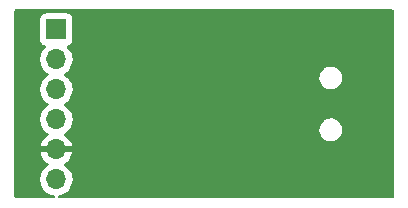
<source format=gbl>
%TF.GenerationSoftware,KiCad,Pcbnew,(6.0.5)*%
%TF.CreationDate,2024-01-21T09:52:01+01:00*%
%TF.ProjectId,pmod_usb_serial,706d6f64-5f75-4736-925f-73657269616c,rev?*%
%TF.SameCoordinates,Original*%
%TF.FileFunction,Copper,L2,Bot*%
%TF.FilePolarity,Positive*%
%FSLAX46Y46*%
G04 Gerber Fmt 4.6, Leading zero omitted, Abs format (unit mm)*
G04 Created by KiCad (PCBNEW (6.0.5)) date 2024-01-21 09:52:01*
%MOMM*%
%LPD*%
G01*
G04 APERTURE LIST*
%TA.AperFunction,ComponentPad*%
%ADD10R,1.700000X1.700000*%
%TD*%
%TA.AperFunction,ComponentPad*%
%ADD11O,1.700000X1.700000*%
%TD*%
%TA.AperFunction,ViaPad*%
%ADD12C,0.800000*%
%TD*%
G04 APERTURE END LIST*
D10*
%TO.P,PMOD1,1,IO0*%
%TO.N,Net-(U1-Pad23)*%
X130428000Y-91244000D03*
D11*
%TO.P,PMOD1,2,IO1*%
%TO.N,Net-(U1-Pad24)*%
X130428000Y-93784000D03*
%TO.P,PMOD1,3,IO2*%
%TO.N,Net-(U1-Pad25)*%
X130428000Y-96324000D03*
%TO.P,PMOD1,4,IO3*%
%TO.N,Net-(U1-Pad26)*%
X130428000Y-98864000D03*
%TO.P,PMOD1,5,GND*%
%TO.N,GND*%
X130428000Y-101404000D03*
%TO.P,PMOD1,6,VCC*%
%TO.N,Net-(PMOD1-Pad6)*%
X130428000Y-103944000D03*
%TD*%
D12*
%TO.N,GND*%
X143764000Y-92837000D03*
X136144000Y-97409000D03*
X154006000Y-93136000D03*
X153969000Y-101936000D03*
X141097000Y-90932000D03*
%TD*%
%TA.AperFunction,Conductor*%
%TO.N,GND*%
G36*
X158945621Y-89555502D02*
G01*
X158992114Y-89609158D01*
X159003500Y-89661500D01*
X159003500Y-105410500D01*
X158983498Y-105478621D01*
X158929842Y-105525114D01*
X158877500Y-105536500D01*
X130663782Y-105536500D01*
X130595661Y-105516498D01*
X130549168Y-105462842D01*
X130539064Y-105392568D01*
X130568558Y-105327988D01*
X130628284Y-105289604D01*
X130647772Y-105285521D01*
X130706288Y-105278025D01*
X130706289Y-105278025D01*
X130711416Y-105277368D01*
X130716366Y-105275883D01*
X130920429Y-105214661D01*
X130920434Y-105214659D01*
X130925384Y-105213174D01*
X131125994Y-105114896D01*
X131307860Y-104985173D01*
X131466096Y-104827489D01*
X131525594Y-104744689D01*
X131593435Y-104650277D01*
X131596453Y-104646077D01*
X131695430Y-104445811D01*
X131760370Y-104232069D01*
X131789529Y-104010590D01*
X131791156Y-103944000D01*
X131772852Y-103721361D01*
X131718431Y-103504702D01*
X131629354Y-103299840D01*
X131508014Y-103112277D01*
X131357670Y-102947051D01*
X131353619Y-102943852D01*
X131353615Y-102943848D01*
X131186414Y-102811800D01*
X131186410Y-102811798D01*
X131182359Y-102808598D01*
X131140569Y-102785529D01*
X131090598Y-102735097D01*
X131075826Y-102665654D01*
X131100942Y-102599248D01*
X131128294Y-102572641D01*
X131303328Y-102447792D01*
X131311200Y-102441139D01*
X131462052Y-102290812D01*
X131468730Y-102282965D01*
X131593003Y-102110020D01*
X131598313Y-102101183D01*
X131692670Y-101910267D01*
X131696469Y-101900672D01*
X131758377Y-101696910D01*
X131760555Y-101686837D01*
X131761986Y-101675962D01*
X131759775Y-101661778D01*
X131746617Y-101658000D01*
X129111225Y-101658000D01*
X129097694Y-101661973D01*
X129096257Y-101671966D01*
X129126565Y-101806446D01*
X129129645Y-101816275D01*
X129209770Y-102013603D01*
X129214413Y-102022794D01*
X129325694Y-102204388D01*
X129331777Y-102212699D01*
X129471213Y-102373667D01*
X129478580Y-102380883D01*
X129642434Y-102516916D01*
X129650881Y-102522831D01*
X129719969Y-102563203D01*
X129768693Y-102614842D01*
X129781764Y-102684625D01*
X129755033Y-102750396D01*
X129714584Y-102783752D01*
X129701607Y-102790507D01*
X129697474Y-102793610D01*
X129697471Y-102793612D01*
X129673247Y-102811800D01*
X129522965Y-102924635D01*
X129368629Y-103086138D01*
X129242743Y-103270680D01*
X129148688Y-103473305D01*
X129088989Y-103688570D01*
X129065251Y-103910695D01*
X129065548Y-103915848D01*
X129065548Y-103915851D01*
X129071011Y-104010590D01*
X129078110Y-104133715D01*
X129079247Y-104138761D01*
X129079248Y-104138767D01*
X129099119Y-104226939D01*
X129127222Y-104351639D01*
X129211266Y-104558616D01*
X129327987Y-104749088D01*
X129474250Y-104917938D01*
X129646126Y-105060632D01*
X129839000Y-105173338D01*
X130047692Y-105253030D01*
X130052760Y-105254061D01*
X130052763Y-105254062D01*
X130214806Y-105287030D01*
X130277571Y-105320211D01*
X130312433Y-105382059D01*
X130308324Y-105452937D01*
X130266547Y-105510341D01*
X130200368Y-105536046D01*
X130189685Y-105536500D01*
X126999500Y-105536500D01*
X126931379Y-105516498D01*
X126884886Y-105462842D01*
X126873500Y-105410500D01*
X126873500Y-98830695D01*
X129065251Y-98830695D01*
X129065548Y-98835848D01*
X129065548Y-98835851D01*
X129075187Y-99003015D01*
X129078110Y-99053715D01*
X129079247Y-99058761D01*
X129079248Y-99058767D01*
X129083275Y-99076634D01*
X129127222Y-99271639D01*
X129211266Y-99478616D01*
X129327987Y-99669088D01*
X129474250Y-99837938D01*
X129646126Y-99980632D01*
X129719955Y-100023774D01*
X129768679Y-100075412D01*
X129781750Y-100145195D01*
X129755019Y-100210967D01*
X129714562Y-100244327D01*
X129706457Y-100248546D01*
X129697738Y-100254036D01*
X129527433Y-100381905D01*
X129519726Y-100388748D01*
X129372590Y-100542717D01*
X129366104Y-100550727D01*
X129246098Y-100726649D01*
X129241000Y-100735623D01*
X129151338Y-100928783D01*
X129147775Y-100938470D01*
X129092389Y-101138183D01*
X129093912Y-101146607D01*
X129106292Y-101150000D01*
X131746344Y-101150000D01*
X131759875Y-101146027D01*
X131761180Y-101136947D01*
X131719214Y-100969875D01*
X131715894Y-100960124D01*
X131630972Y-100764814D01*
X131626105Y-100755739D01*
X131510426Y-100576926D01*
X131504136Y-100568757D01*
X131360806Y-100411240D01*
X131353273Y-100404215D01*
X131186139Y-100272222D01*
X131177556Y-100266520D01*
X131140602Y-100246120D01*
X131090631Y-100195687D01*
X131075859Y-100126245D01*
X131100975Y-100059839D01*
X131128327Y-100033232D01*
X131151797Y-100016491D01*
X131307860Y-99905173D01*
X131430396Y-99783064D01*
X152698707Y-99783064D01*
X152727825Y-99975599D01*
X152730028Y-99981585D01*
X152730029Y-99981591D01*
X152792860Y-100152360D01*
X152792862Y-100152365D01*
X152795063Y-100158346D01*
X152819258Y-100197368D01*
X152854394Y-100254036D01*
X152897674Y-100323840D01*
X152902055Y-100328473D01*
X152902056Y-100328474D01*
X153027081Y-100460685D01*
X153031466Y-100465322D01*
X153190975Y-100577011D01*
X153196838Y-100579548D01*
X153363825Y-100651810D01*
X153363829Y-100651811D01*
X153369684Y-100654345D01*
X153375931Y-100655650D01*
X153375934Y-100655651D01*
X153555557Y-100693176D01*
X153555562Y-100693177D01*
X153560293Y-100694165D01*
X153566685Y-100694500D01*
X153709663Y-100694500D01*
X153778951Y-100687462D01*
X153848378Y-100680410D01*
X153848379Y-100680410D01*
X153854727Y-100679765D01*
X153935843Y-100654345D01*
X154034451Y-100623444D01*
X154034456Y-100623442D01*
X154040541Y-100621535D01*
X154135754Y-100568757D01*
X154205271Y-100530223D01*
X154205274Y-100530221D01*
X154210850Y-100527130D01*
X154215691Y-100522981D01*
X154215695Y-100522978D01*
X154353855Y-100404560D01*
X154358698Y-100400409D01*
X154478046Y-100246547D01*
X154503073Y-100195687D01*
X154561200Y-100077556D01*
X154564018Y-100071829D01*
X154567141Y-100059839D01*
X154611492Y-99889575D01*
X154611492Y-99889572D01*
X154613102Y-99883393D01*
X154620033Y-99751137D01*
X154622959Y-99695317D01*
X154622959Y-99695313D01*
X154623293Y-99688936D01*
X154594175Y-99496401D01*
X154591972Y-99490415D01*
X154591971Y-99490409D01*
X154529140Y-99319640D01*
X154529138Y-99319635D01*
X154526937Y-99313654D01*
X154469121Y-99220406D01*
X154427688Y-99153582D01*
X154427687Y-99153581D01*
X154424326Y-99148160D01*
X154290534Y-99006678D01*
X154131025Y-98894989D01*
X154083013Y-98874212D01*
X153958175Y-98820190D01*
X153958171Y-98820189D01*
X153952316Y-98817655D01*
X153946069Y-98816350D01*
X153946066Y-98816349D01*
X153766443Y-98778824D01*
X153766438Y-98778823D01*
X153761707Y-98777835D01*
X153755315Y-98777500D01*
X153612337Y-98777500D01*
X153543049Y-98784538D01*
X153473622Y-98791590D01*
X153473621Y-98791590D01*
X153467273Y-98792235D01*
X153410939Y-98809889D01*
X153287549Y-98848556D01*
X153287544Y-98848558D01*
X153281459Y-98850465D01*
X153205713Y-98892452D01*
X153116729Y-98941777D01*
X153116726Y-98941779D01*
X153111150Y-98944870D01*
X153106309Y-98949019D01*
X153106305Y-98949022D01*
X153043311Y-99003015D01*
X152963302Y-99071591D01*
X152843954Y-99225453D01*
X152841138Y-99231176D01*
X152841136Y-99231179D01*
X152797608Y-99319640D01*
X152757982Y-99400171D01*
X152756373Y-99406349D01*
X152756372Y-99406351D01*
X152713673Y-99570277D01*
X152708898Y-99588607D01*
X152698707Y-99783064D01*
X131430396Y-99783064D01*
X131466096Y-99747489D01*
X131525594Y-99664689D01*
X131593435Y-99570277D01*
X131596453Y-99566077D01*
X131627769Y-99502715D01*
X131693136Y-99370453D01*
X131693137Y-99370451D01*
X131695430Y-99365811D01*
X131727900Y-99258940D01*
X131758865Y-99157023D01*
X131758865Y-99157021D01*
X131760370Y-99152069D01*
X131789529Y-98930590D01*
X131791156Y-98864000D01*
X131772852Y-98641361D01*
X131718431Y-98424702D01*
X131629354Y-98219840D01*
X131508014Y-98032277D01*
X131357670Y-97867051D01*
X131353619Y-97863852D01*
X131353615Y-97863848D01*
X131186414Y-97731800D01*
X131186410Y-97731798D01*
X131182359Y-97728598D01*
X131141053Y-97705796D01*
X131091084Y-97655364D01*
X131076312Y-97585921D01*
X131101428Y-97519516D01*
X131128780Y-97492909D01*
X131172603Y-97461650D01*
X131307860Y-97365173D01*
X131466096Y-97207489D01*
X131525594Y-97124689D01*
X131593435Y-97030277D01*
X131596453Y-97026077D01*
X131695430Y-96825811D01*
X131760370Y-96612069D01*
X131789529Y-96390590D01*
X131791156Y-96324000D01*
X131772852Y-96101361D01*
X131718431Y-95884702D01*
X131629354Y-95679840D01*
X131565794Y-95581591D01*
X131510822Y-95496617D01*
X131510820Y-95496614D01*
X131508014Y-95492277D01*
X131408638Y-95383064D01*
X152698707Y-95383064D01*
X152727825Y-95575599D01*
X152730028Y-95581585D01*
X152730029Y-95581591D01*
X152792860Y-95752360D01*
X152792862Y-95752365D01*
X152795063Y-95758346D01*
X152798425Y-95763768D01*
X152876519Y-95889720D01*
X152897674Y-95923840D01*
X153031466Y-96065322D01*
X153190975Y-96177011D01*
X153196838Y-96179548D01*
X153363825Y-96251810D01*
X153363829Y-96251811D01*
X153369684Y-96254345D01*
X153375931Y-96255650D01*
X153375934Y-96255651D01*
X153555557Y-96293176D01*
X153555562Y-96293177D01*
X153560293Y-96294165D01*
X153566685Y-96294500D01*
X153709663Y-96294500D01*
X153778951Y-96287462D01*
X153848378Y-96280410D01*
X153848379Y-96280410D01*
X153854727Y-96279765D01*
X153935843Y-96254345D01*
X154034451Y-96223444D01*
X154034456Y-96223442D01*
X154040541Y-96221535D01*
X154127475Y-96173346D01*
X154205271Y-96130223D01*
X154205274Y-96130221D01*
X154210850Y-96127130D01*
X154215691Y-96122981D01*
X154215695Y-96122978D01*
X154353855Y-96004560D01*
X154358698Y-96000409D01*
X154478046Y-95846547D01*
X154518779Y-95763768D01*
X154561200Y-95677556D01*
X154564018Y-95671829D01*
X154570642Y-95646401D01*
X154611492Y-95489575D01*
X154611492Y-95489572D01*
X154613102Y-95483393D01*
X154618694Y-95376683D01*
X154622959Y-95295317D01*
X154622959Y-95295313D01*
X154623293Y-95288936D01*
X154594175Y-95096401D01*
X154591972Y-95090415D01*
X154591971Y-95090409D01*
X154529140Y-94919640D01*
X154529138Y-94919635D01*
X154526937Y-94913654D01*
X154424326Y-94748160D01*
X154351490Y-94671137D01*
X154294919Y-94611315D01*
X154290534Y-94606678D01*
X154270986Y-94592990D01*
X154136259Y-94498654D01*
X154131025Y-94494989D01*
X154083013Y-94474212D01*
X153958175Y-94420190D01*
X153958171Y-94420189D01*
X153952316Y-94417655D01*
X153946069Y-94416350D01*
X153946066Y-94416349D01*
X153766443Y-94378824D01*
X153766438Y-94378823D01*
X153761707Y-94377835D01*
X153755315Y-94377500D01*
X153612337Y-94377500D01*
X153543049Y-94384538D01*
X153473622Y-94391590D01*
X153473621Y-94391590D01*
X153467273Y-94392235D01*
X153446911Y-94398616D01*
X153287549Y-94448556D01*
X153287544Y-94448558D01*
X153281459Y-94450465D01*
X153225583Y-94481438D01*
X153116729Y-94541777D01*
X153116726Y-94541779D01*
X153111150Y-94544870D01*
X153106309Y-94549019D01*
X153106305Y-94549022D01*
X153055007Y-94592990D01*
X152963302Y-94671591D01*
X152843954Y-94825453D01*
X152841138Y-94831176D01*
X152841136Y-94831179D01*
X152760800Y-94994444D01*
X152757982Y-95000171D01*
X152756373Y-95006349D01*
X152756372Y-95006351D01*
X152713613Y-95170507D01*
X152708898Y-95188607D01*
X152698707Y-95383064D01*
X131408638Y-95383064D01*
X131357670Y-95327051D01*
X131353619Y-95323852D01*
X131353615Y-95323848D01*
X131186414Y-95191800D01*
X131186410Y-95191798D01*
X131182359Y-95188598D01*
X131141053Y-95165796D01*
X131091084Y-95115364D01*
X131076312Y-95045921D01*
X131101428Y-94979516D01*
X131128780Y-94952909D01*
X131191415Y-94908232D01*
X131307860Y-94825173D01*
X131466096Y-94667489D01*
X131525594Y-94584689D01*
X131593435Y-94490277D01*
X131596453Y-94486077D01*
X131614054Y-94450465D01*
X131693136Y-94290453D01*
X131693137Y-94290451D01*
X131695430Y-94285811D01*
X131760370Y-94072069D01*
X131789529Y-93850590D01*
X131791156Y-93784000D01*
X131772852Y-93561361D01*
X131718431Y-93344702D01*
X131629354Y-93139840D01*
X131508014Y-92952277D01*
X131504532Y-92948450D01*
X131360798Y-92790488D01*
X131329746Y-92726642D01*
X131338141Y-92656143D01*
X131383317Y-92601375D01*
X131409761Y-92587706D01*
X131516297Y-92547767D01*
X131524705Y-92544615D01*
X131641261Y-92457261D01*
X131728615Y-92340705D01*
X131779745Y-92204316D01*
X131786500Y-92142134D01*
X131786500Y-90345866D01*
X131779745Y-90283684D01*
X131728615Y-90147295D01*
X131641261Y-90030739D01*
X131524705Y-89943385D01*
X131388316Y-89892255D01*
X131326134Y-89885500D01*
X129529866Y-89885500D01*
X129467684Y-89892255D01*
X129331295Y-89943385D01*
X129214739Y-90030739D01*
X129127385Y-90147295D01*
X129076255Y-90283684D01*
X129069500Y-90345866D01*
X129069500Y-92142134D01*
X129076255Y-92204316D01*
X129127385Y-92340705D01*
X129214739Y-92457261D01*
X129331295Y-92544615D01*
X129339704Y-92547767D01*
X129339705Y-92547768D01*
X129448451Y-92588535D01*
X129505216Y-92631176D01*
X129529916Y-92697738D01*
X129514709Y-92767087D01*
X129495316Y-92793568D01*
X129368629Y-92926138D01*
X129242743Y-93110680D01*
X129148688Y-93313305D01*
X129088989Y-93528570D01*
X129065251Y-93750695D01*
X129065548Y-93755848D01*
X129065548Y-93755851D01*
X129071011Y-93850590D01*
X129078110Y-93973715D01*
X129079247Y-93978761D01*
X129079248Y-93978767D01*
X129099119Y-94066939D01*
X129127222Y-94191639D01*
X129211266Y-94398616D01*
X129213965Y-94403020D01*
X129303435Y-94549022D01*
X129327987Y-94589088D01*
X129474250Y-94757938D01*
X129646126Y-94900632D01*
X129716595Y-94941811D01*
X129719445Y-94943476D01*
X129768169Y-94995114D01*
X129781240Y-95064897D01*
X129754509Y-95130669D01*
X129714055Y-95164027D01*
X129701607Y-95170507D01*
X129697474Y-95173610D01*
X129697471Y-95173612D01*
X129543874Y-95288936D01*
X129522965Y-95304635D01*
X129368629Y-95466138D01*
X129242743Y-95650680D01*
X129227003Y-95684590D01*
X129190250Y-95763768D01*
X129148688Y-95853305D01*
X129088989Y-96068570D01*
X129065251Y-96290695D01*
X129065548Y-96295848D01*
X129065548Y-96295851D01*
X129071011Y-96390590D01*
X129078110Y-96513715D01*
X129079247Y-96518761D01*
X129079248Y-96518767D01*
X129099119Y-96606939D01*
X129127222Y-96731639D01*
X129211266Y-96938616D01*
X129327987Y-97129088D01*
X129474250Y-97297938D01*
X129646126Y-97440632D01*
X129716595Y-97481811D01*
X129719445Y-97483476D01*
X129768169Y-97535114D01*
X129781240Y-97604897D01*
X129754509Y-97670669D01*
X129714055Y-97704027D01*
X129701607Y-97710507D01*
X129697474Y-97713610D01*
X129697471Y-97713612D01*
X129673247Y-97731800D01*
X129522965Y-97844635D01*
X129368629Y-98006138D01*
X129242743Y-98190680D01*
X129148688Y-98393305D01*
X129088989Y-98608570D01*
X129065251Y-98830695D01*
X126873500Y-98830695D01*
X126873500Y-89661500D01*
X126893502Y-89593379D01*
X126947158Y-89546886D01*
X126999500Y-89535500D01*
X158877500Y-89535500D01*
X158945621Y-89555502D01*
G37*
%TD.AperFunction*%
%TD*%
M02*

</source>
